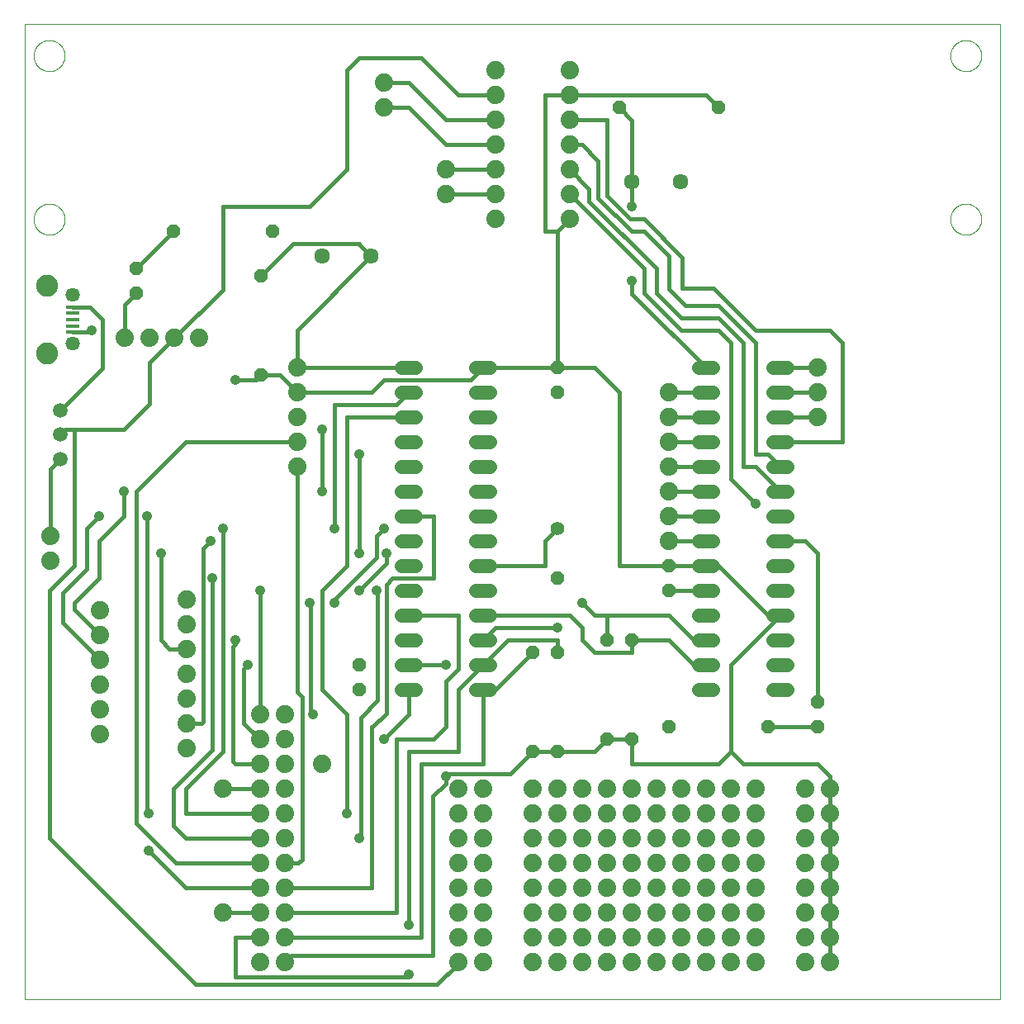
<source format=gtl>
G75*
%MOIN*%
%OFA0B0*%
%FSLAX25Y25*%
%IPPOS*%
%LPD*%
%AMOC8*
5,1,8,0,0,1.08239X$1,22.5*
%
%ADD10C,0.00000*%
%ADD11C,0.05600*%
%ADD12R,0.05315X0.01575*%
%ADD13C,0.05746*%
%ADD14C,0.08858*%
%ADD15C,0.07400*%
%ADD16C,0.05943*%
%ADD17OC8,0.05600*%
%ADD18C,0.05600*%
%ADD19C,0.06337*%
%ADD20C,0.01600*%
%ADD21C,0.04165*%
D10*
X0066000Y0001800D02*
X0066000Y0395501D01*
X0459701Y0395501D01*
X0459701Y0001800D01*
X0066000Y0001800D01*
X0069750Y0316800D02*
X0069752Y0316958D01*
X0069758Y0317115D01*
X0069768Y0317273D01*
X0069782Y0317430D01*
X0069800Y0317586D01*
X0069821Y0317743D01*
X0069847Y0317898D01*
X0069877Y0318053D01*
X0069910Y0318207D01*
X0069948Y0318360D01*
X0069989Y0318513D01*
X0070034Y0318664D01*
X0070083Y0318814D01*
X0070136Y0318962D01*
X0070192Y0319110D01*
X0070253Y0319255D01*
X0070316Y0319400D01*
X0070384Y0319542D01*
X0070455Y0319683D01*
X0070529Y0319822D01*
X0070607Y0319959D01*
X0070689Y0320094D01*
X0070773Y0320227D01*
X0070862Y0320358D01*
X0070953Y0320486D01*
X0071048Y0320613D01*
X0071145Y0320736D01*
X0071246Y0320858D01*
X0071350Y0320976D01*
X0071457Y0321092D01*
X0071567Y0321205D01*
X0071679Y0321316D01*
X0071795Y0321423D01*
X0071913Y0321528D01*
X0072033Y0321630D01*
X0072156Y0321728D01*
X0072282Y0321824D01*
X0072410Y0321916D01*
X0072540Y0322005D01*
X0072672Y0322091D01*
X0072807Y0322173D01*
X0072944Y0322252D01*
X0073082Y0322327D01*
X0073222Y0322399D01*
X0073365Y0322467D01*
X0073508Y0322532D01*
X0073654Y0322593D01*
X0073801Y0322650D01*
X0073949Y0322704D01*
X0074099Y0322754D01*
X0074249Y0322800D01*
X0074401Y0322842D01*
X0074554Y0322881D01*
X0074708Y0322915D01*
X0074863Y0322946D01*
X0075018Y0322972D01*
X0075174Y0322995D01*
X0075331Y0323014D01*
X0075488Y0323029D01*
X0075645Y0323040D01*
X0075803Y0323047D01*
X0075961Y0323050D01*
X0076118Y0323049D01*
X0076276Y0323044D01*
X0076433Y0323035D01*
X0076591Y0323022D01*
X0076747Y0323005D01*
X0076904Y0322984D01*
X0077059Y0322960D01*
X0077214Y0322931D01*
X0077369Y0322898D01*
X0077522Y0322862D01*
X0077675Y0322821D01*
X0077826Y0322777D01*
X0077976Y0322729D01*
X0078125Y0322678D01*
X0078273Y0322622D01*
X0078419Y0322563D01*
X0078564Y0322500D01*
X0078707Y0322433D01*
X0078848Y0322363D01*
X0078987Y0322290D01*
X0079125Y0322213D01*
X0079261Y0322132D01*
X0079394Y0322048D01*
X0079525Y0321961D01*
X0079654Y0321870D01*
X0079781Y0321776D01*
X0079906Y0321679D01*
X0080027Y0321579D01*
X0080147Y0321476D01*
X0080263Y0321370D01*
X0080377Y0321261D01*
X0080489Y0321149D01*
X0080597Y0321035D01*
X0080702Y0320917D01*
X0080805Y0320797D01*
X0080904Y0320675D01*
X0081000Y0320550D01*
X0081093Y0320422D01*
X0081183Y0320293D01*
X0081269Y0320161D01*
X0081353Y0320027D01*
X0081432Y0319891D01*
X0081509Y0319753D01*
X0081581Y0319613D01*
X0081650Y0319471D01*
X0081716Y0319328D01*
X0081778Y0319183D01*
X0081836Y0319036D01*
X0081891Y0318888D01*
X0081942Y0318739D01*
X0081989Y0318588D01*
X0082032Y0318437D01*
X0082071Y0318284D01*
X0082107Y0318130D01*
X0082138Y0317976D01*
X0082166Y0317821D01*
X0082190Y0317665D01*
X0082210Y0317508D01*
X0082226Y0317351D01*
X0082238Y0317194D01*
X0082246Y0317037D01*
X0082250Y0316879D01*
X0082250Y0316721D01*
X0082246Y0316563D01*
X0082238Y0316406D01*
X0082226Y0316249D01*
X0082210Y0316092D01*
X0082190Y0315935D01*
X0082166Y0315779D01*
X0082138Y0315624D01*
X0082107Y0315470D01*
X0082071Y0315316D01*
X0082032Y0315163D01*
X0081989Y0315012D01*
X0081942Y0314861D01*
X0081891Y0314712D01*
X0081836Y0314564D01*
X0081778Y0314417D01*
X0081716Y0314272D01*
X0081650Y0314129D01*
X0081581Y0313987D01*
X0081509Y0313847D01*
X0081432Y0313709D01*
X0081353Y0313573D01*
X0081269Y0313439D01*
X0081183Y0313307D01*
X0081093Y0313178D01*
X0081000Y0313050D01*
X0080904Y0312925D01*
X0080805Y0312803D01*
X0080702Y0312683D01*
X0080597Y0312565D01*
X0080489Y0312451D01*
X0080377Y0312339D01*
X0080263Y0312230D01*
X0080147Y0312124D01*
X0080027Y0312021D01*
X0079906Y0311921D01*
X0079781Y0311824D01*
X0079654Y0311730D01*
X0079525Y0311639D01*
X0079394Y0311552D01*
X0079261Y0311468D01*
X0079125Y0311387D01*
X0078987Y0311310D01*
X0078848Y0311237D01*
X0078707Y0311167D01*
X0078564Y0311100D01*
X0078419Y0311037D01*
X0078273Y0310978D01*
X0078125Y0310922D01*
X0077976Y0310871D01*
X0077826Y0310823D01*
X0077675Y0310779D01*
X0077522Y0310738D01*
X0077369Y0310702D01*
X0077214Y0310669D01*
X0077059Y0310640D01*
X0076904Y0310616D01*
X0076747Y0310595D01*
X0076591Y0310578D01*
X0076433Y0310565D01*
X0076276Y0310556D01*
X0076118Y0310551D01*
X0075961Y0310550D01*
X0075803Y0310553D01*
X0075645Y0310560D01*
X0075488Y0310571D01*
X0075331Y0310586D01*
X0075174Y0310605D01*
X0075018Y0310628D01*
X0074863Y0310654D01*
X0074708Y0310685D01*
X0074554Y0310719D01*
X0074401Y0310758D01*
X0074249Y0310800D01*
X0074099Y0310846D01*
X0073949Y0310896D01*
X0073801Y0310950D01*
X0073654Y0311007D01*
X0073508Y0311068D01*
X0073365Y0311133D01*
X0073222Y0311201D01*
X0073082Y0311273D01*
X0072944Y0311348D01*
X0072807Y0311427D01*
X0072672Y0311509D01*
X0072540Y0311595D01*
X0072410Y0311684D01*
X0072282Y0311776D01*
X0072156Y0311872D01*
X0072033Y0311970D01*
X0071913Y0312072D01*
X0071795Y0312177D01*
X0071679Y0312284D01*
X0071567Y0312395D01*
X0071457Y0312508D01*
X0071350Y0312624D01*
X0071246Y0312742D01*
X0071145Y0312864D01*
X0071048Y0312987D01*
X0070953Y0313114D01*
X0070862Y0313242D01*
X0070773Y0313373D01*
X0070689Y0313506D01*
X0070607Y0313641D01*
X0070529Y0313778D01*
X0070455Y0313917D01*
X0070384Y0314058D01*
X0070316Y0314200D01*
X0070253Y0314345D01*
X0070192Y0314490D01*
X0070136Y0314638D01*
X0070083Y0314786D01*
X0070034Y0314936D01*
X0069989Y0315087D01*
X0069948Y0315240D01*
X0069910Y0315393D01*
X0069877Y0315547D01*
X0069847Y0315702D01*
X0069821Y0315857D01*
X0069800Y0316014D01*
X0069782Y0316170D01*
X0069768Y0316327D01*
X0069758Y0316485D01*
X0069752Y0316642D01*
X0069750Y0316800D01*
X0069750Y0382800D02*
X0069752Y0382958D01*
X0069758Y0383115D01*
X0069768Y0383273D01*
X0069782Y0383430D01*
X0069800Y0383586D01*
X0069821Y0383743D01*
X0069847Y0383898D01*
X0069877Y0384053D01*
X0069910Y0384207D01*
X0069948Y0384360D01*
X0069989Y0384513D01*
X0070034Y0384664D01*
X0070083Y0384814D01*
X0070136Y0384962D01*
X0070192Y0385110D01*
X0070253Y0385255D01*
X0070316Y0385400D01*
X0070384Y0385542D01*
X0070455Y0385683D01*
X0070529Y0385822D01*
X0070607Y0385959D01*
X0070689Y0386094D01*
X0070773Y0386227D01*
X0070862Y0386358D01*
X0070953Y0386486D01*
X0071048Y0386613D01*
X0071145Y0386736D01*
X0071246Y0386858D01*
X0071350Y0386976D01*
X0071457Y0387092D01*
X0071567Y0387205D01*
X0071679Y0387316D01*
X0071795Y0387423D01*
X0071913Y0387528D01*
X0072033Y0387630D01*
X0072156Y0387728D01*
X0072282Y0387824D01*
X0072410Y0387916D01*
X0072540Y0388005D01*
X0072672Y0388091D01*
X0072807Y0388173D01*
X0072944Y0388252D01*
X0073082Y0388327D01*
X0073222Y0388399D01*
X0073365Y0388467D01*
X0073508Y0388532D01*
X0073654Y0388593D01*
X0073801Y0388650D01*
X0073949Y0388704D01*
X0074099Y0388754D01*
X0074249Y0388800D01*
X0074401Y0388842D01*
X0074554Y0388881D01*
X0074708Y0388915D01*
X0074863Y0388946D01*
X0075018Y0388972D01*
X0075174Y0388995D01*
X0075331Y0389014D01*
X0075488Y0389029D01*
X0075645Y0389040D01*
X0075803Y0389047D01*
X0075961Y0389050D01*
X0076118Y0389049D01*
X0076276Y0389044D01*
X0076433Y0389035D01*
X0076591Y0389022D01*
X0076747Y0389005D01*
X0076904Y0388984D01*
X0077059Y0388960D01*
X0077214Y0388931D01*
X0077369Y0388898D01*
X0077522Y0388862D01*
X0077675Y0388821D01*
X0077826Y0388777D01*
X0077976Y0388729D01*
X0078125Y0388678D01*
X0078273Y0388622D01*
X0078419Y0388563D01*
X0078564Y0388500D01*
X0078707Y0388433D01*
X0078848Y0388363D01*
X0078987Y0388290D01*
X0079125Y0388213D01*
X0079261Y0388132D01*
X0079394Y0388048D01*
X0079525Y0387961D01*
X0079654Y0387870D01*
X0079781Y0387776D01*
X0079906Y0387679D01*
X0080027Y0387579D01*
X0080147Y0387476D01*
X0080263Y0387370D01*
X0080377Y0387261D01*
X0080489Y0387149D01*
X0080597Y0387035D01*
X0080702Y0386917D01*
X0080805Y0386797D01*
X0080904Y0386675D01*
X0081000Y0386550D01*
X0081093Y0386422D01*
X0081183Y0386293D01*
X0081269Y0386161D01*
X0081353Y0386027D01*
X0081432Y0385891D01*
X0081509Y0385753D01*
X0081581Y0385613D01*
X0081650Y0385471D01*
X0081716Y0385328D01*
X0081778Y0385183D01*
X0081836Y0385036D01*
X0081891Y0384888D01*
X0081942Y0384739D01*
X0081989Y0384588D01*
X0082032Y0384437D01*
X0082071Y0384284D01*
X0082107Y0384130D01*
X0082138Y0383976D01*
X0082166Y0383821D01*
X0082190Y0383665D01*
X0082210Y0383508D01*
X0082226Y0383351D01*
X0082238Y0383194D01*
X0082246Y0383037D01*
X0082250Y0382879D01*
X0082250Y0382721D01*
X0082246Y0382563D01*
X0082238Y0382406D01*
X0082226Y0382249D01*
X0082210Y0382092D01*
X0082190Y0381935D01*
X0082166Y0381779D01*
X0082138Y0381624D01*
X0082107Y0381470D01*
X0082071Y0381316D01*
X0082032Y0381163D01*
X0081989Y0381012D01*
X0081942Y0380861D01*
X0081891Y0380712D01*
X0081836Y0380564D01*
X0081778Y0380417D01*
X0081716Y0380272D01*
X0081650Y0380129D01*
X0081581Y0379987D01*
X0081509Y0379847D01*
X0081432Y0379709D01*
X0081353Y0379573D01*
X0081269Y0379439D01*
X0081183Y0379307D01*
X0081093Y0379178D01*
X0081000Y0379050D01*
X0080904Y0378925D01*
X0080805Y0378803D01*
X0080702Y0378683D01*
X0080597Y0378565D01*
X0080489Y0378451D01*
X0080377Y0378339D01*
X0080263Y0378230D01*
X0080147Y0378124D01*
X0080027Y0378021D01*
X0079906Y0377921D01*
X0079781Y0377824D01*
X0079654Y0377730D01*
X0079525Y0377639D01*
X0079394Y0377552D01*
X0079261Y0377468D01*
X0079125Y0377387D01*
X0078987Y0377310D01*
X0078848Y0377237D01*
X0078707Y0377167D01*
X0078564Y0377100D01*
X0078419Y0377037D01*
X0078273Y0376978D01*
X0078125Y0376922D01*
X0077976Y0376871D01*
X0077826Y0376823D01*
X0077675Y0376779D01*
X0077522Y0376738D01*
X0077369Y0376702D01*
X0077214Y0376669D01*
X0077059Y0376640D01*
X0076904Y0376616D01*
X0076747Y0376595D01*
X0076591Y0376578D01*
X0076433Y0376565D01*
X0076276Y0376556D01*
X0076118Y0376551D01*
X0075961Y0376550D01*
X0075803Y0376553D01*
X0075645Y0376560D01*
X0075488Y0376571D01*
X0075331Y0376586D01*
X0075174Y0376605D01*
X0075018Y0376628D01*
X0074863Y0376654D01*
X0074708Y0376685D01*
X0074554Y0376719D01*
X0074401Y0376758D01*
X0074249Y0376800D01*
X0074099Y0376846D01*
X0073949Y0376896D01*
X0073801Y0376950D01*
X0073654Y0377007D01*
X0073508Y0377068D01*
X0073365Y0377133D01*
X0073222Y0377201D01*
X0073082Y0377273D01*
X0072944Y0377348D01*
X0072807Y0377427D01*
X0072672Y0377509D01*
X0072540Y0377595D01*
X0072410Y0377684D01*
X0072282Y0377776D01*
X0072156Y0377872D01*
X0072033Y0377970D01*
X0071913Y0378072D01*
X0071795Y0378177D01*
X0071679Y0378284D01*
X0071567Y0378395D01*
X0071457Y0378508D01*
X0071350Y0378624D01*
X0071246Y0378742D01*
X0071145Y0378864D01*
X0071048Y0378987D01*
X0070953Y0379114D01*
X0070862Y0379242D01*
X0070773Y0379373D01*
X0070689Y0379506D01*
X0070607Y0379641D01*
X0070529Y0379778D01*
X0070455Y0379917D01*
X0070384Y0380058D01*
X0070316Y0380200D01*
X0070253Y0380345D01*
X0070192Y0380490D01*
X0070136Y0380638D01*
X0070083Y0380786D01*
X0070034Y0380936D01*
X0069989Y0381087D01*
X0069948Y0381240D01*
X0069910Y0381393D01*
X0069877Y0381547D01*
X0069847Y0381702D01*
X0069821Y0381857D01*
X0069800Y0382014D01*
X0069782Y0382170D01*
X0069768Y0382327D01*
X0069758Y0382485D01*
X0069752Y0382642D01*
X0069750Y0382800D01*
X0439750Y0382800D02*
X0439752Y0382958D01*
X0439758Y0383115D01*
X0439768Y0383273D01*
X0439782Y0383430D01*
X0439800Y0383586D01*
X0439821Y0383743D01*
X0439847Y0383898D01*
X0439877Y0384053D01*
X0439910Y0384207D01*
X0439948Y0384360D01*
X0439989Y0384513D01*
X0440034Y0384664D01*
X0440083Y0384814D01*
X0440136Y0384962D01*
X0440192Y0385110D01*
X0440253Y0385255D01*
X0440316Y0385400D01*
X0440384Y0385542D01*
X0440455Y0385683D01*
X0440529Y0385822D01*
X0440607Y0385959D01*
X0440689Y0386094D01*
X0440773Y0386227D01*
X0440862Y0386358D01*
X0440953Y0386486D01*
X0441048Y0386613D01*
X0441145Y0386736D01*
X0441246Y0386858D01*
X0441350Y0386976D01*
X0441457Y0387092D01*
X0441567Y0387205D01*
X0441679Y0387316D01*
X0441795Y0387423D01*
X0441913Y0387528D01*
X0442033Y0387630D01*
X0442156Y0387728D01*
X0442282Y0387824D01*
X0442410Y0387916D01*
X0442540Y0388005D01*
X0442672Y0388091D01*
X0442807Y0388173D01*
X0442944Y0388252D01*
X0443082Y0388327D01*
X0443222Y0388399D01*
X0443365Y0388467D01*
X0443508Y0388532D01*
X0443654Y0388593D01*
X0443801Y0388650D01*
X0443949Y0388704D01*
X0444099Y0388754D01*
X0444249Y0388800D01*
X0444401Y0388842D01*
X0444554Y0388881D01*
X0444708Y0388915D01*
X0444863Y0388946D01*
X0445018Y0388972D01*
X0445174Y0388995D01*
X0445331Y0389014D01*
X0445488Y0389029D01*
X0445645Y0389040D01*
X0445803Y0389047D01*
X0445961Y0389050D01*
X0446118Y0389049D01*
X0446276Y0389044D01*
X0446433Y0389035D01*
X0446591Y0389022D01*
X0446747Y0389005D01*
X0446904Y0388984D01*
X0447059Y0388960D01*
X0447214Y0388931D01*
X0447369Y0388898D01*
X0447522Y0388862D01*
X0447675Y0388821D01*
X0447826Y0388777D01*
X0447976Y0388729D01*
X0448125Y0388678D01*
X0448273Y0388622D01*
X0448419Y0388563D01*
X0448564Y0388500D01*
X0448707Y0388433D01*
X0448848Y0388363D01*
X0448987Y0388290D01*
X0449125Y0388213D01*
X0449261Y0388132D01*
X0449394Y0388048D01*
X0449525Y0387961D01*
X0449654Y0387870D01*
X0449781Y0387776D01*
X0449906Y0387679D01*
X0450027Y0387579D01*
X0450147Y0387476D01*
X0450263Y0387370D01*
X0450377Y0387261D01*
X0450489Y0387149D01*
X0450597Y0387035D01*
X0450702Y0386917D01*
X0450805Y0386797D01*
X0450904Y0386675D01*
X0451000Y0386550D01*
X0451093Y0386422D01*
X0451183Y0386293D01*
X0451269Y0386161D01*
X0451353Y0386027D01*
X0451432Y0385891D01*
X0451509Y0385753D01*
X0451581Y0385613D01*
X0451650Y0385471D01*
X0451716Y0385328D01*
X0451778Y0385183D01*
X0451836Y0385036D01*
X0451891Y0384888D01*
X0451942Y0384739D01*
X0451989Y0384588D01*
X0452032Y0384437D01*
X0452071Y0384284D01*
X0452107Y0384130D01*
X0452138Y0383976D01*
X0452166Y0383821D01*
X0452190Y0383665D01*
X0452210Y0383508D01*
X0452226Y0383351D01*
X0452238Y0383194D01*
X0452246Y0383037D01*
X0452250Y0382879D01*
X0452250Y0382721D01*
X0452246Y0382563D01*
X0452238Y0382406D01*
X0452226Y0382249D01*
X0452210Y0382092D01*
X0452190Y0381935D01*
X0452166Y0381779D01*
X0452138Y0381624D01*
X0452107Y0381470D01*
X0452071Y0381316D01*
X0452032Y0381163D01*
X0451989Y0381012D01*
X0451942Y0380861D01*
X0451891Y0380712D01*
X0451836Y0380564D01*
X0451778Y0380417D01*
X0451716Y0380272D01*
X0451650Y0380129D01*
X0451581Y0379987D01*
X0451509Y0379847D01*
X0451432Y0379709D01*
X0451353Y0379573D01*
X0451269Y0379439D01*
X0451183Y0379307D01*
X0451093Y0379178D01*
X0451000Y0379050D01*
X0450904Y0378925D01*
X0450805Y0378803D01*
X0450702Y0378683D01*
X0450597Y0378565D01*
X0450489Y0378451D01*
X0450377Y0378339D01*
X0450263Y0378230D01*
X0450147Y0378124D01*
X0450027Y0378021D01*
X0449906Y0377921D01*
X0449781Y0377824D01*
X0449654Y0377730D01*
X0449525Y0377639D01*
X0449394Y0377552D01*
X0449261Y0377468D01*
X0449125Y0377387D01*
X0448987Y0377310D01*
X0448848Y0377237D01*
X0448707Y0377167D01*
X0448564Y0377100D01*
X0448419Y0377037D01*
X0448273Y0376978D01*
X0448125Y0376922D01*
X0447976Y0376871D01*
X0447826Y0376823D01*
X0447675Y0376779D01*
X0447522Y0376738D01*
X0447369Y0376702D01*
X0447214Y0376669D01*
X0447059Y0376640D01*
X0446904Y0376616D01*
X0446747Y0376595D01*
X0446591Y0376578D01*
X0446433Y0376565D01*
X0446276Y0376556D01*
X0446118Y0376551D01*
X0445961Y0376550D01*
X0445803Y0376553D01*
X0445645Y0376560D01*
X0445488Y0376571D01*
X0445331Y0376586D01*
X0445174Y0376605D01*
X0445018Y0376628D01*
X0444863Y0376654D01*
X0444708Y0376685D01*
X0444554Y0376719D01*
X0444401Y0376758D01*
X0444249Y0376800D01*
X0444099Y0376846D01*
X0443949Y0376896D01*
X0443801Y0376950D01*
X0443654Y0377007D01*
X0443508Y0377068D01*
X0443365Y0377133D01*
X0443222Y0377201D01*
X0443082Y0377273D01*
X0442944Y0377348D01*
X0442807Y0377427D01*
X0442672Y0377509D01*
X0442540Y0377595D01*
X0442410Y0377684D01*
X0442282Y0377776D01*
X0442156Y0377872D01*
X0442033Y0377970D01*
X0441913Y0378072D01*
X0441795Y0378177D01*
X0441679Y0378284D01*
X0441567Y0378395D01*
X0441457Y0378508D01*
X0441350Y0378624D01*
X0441246Y0378742D01*
X0441145Y0378864D01*
X0441048Y0378987D01*
X0440953Y0379114D01*
X0440862Y0379242D01*
X0440773Y0379373D01*
X0440689Y0379506D01*
X0440607Y0379641D01*
X0440529Y0379778D01*
X0440455Y0379917D01*
X0440384Y0380058D01*
X0440316Y0380200D01*
X0440253Y0380345D01*
X0440192Y0380490D01*
X0440136Y0380638D01*
X0440083Y0380786D01*
X0440034Y0380936D01*
X0439989Y0381087D01*
X0439948Y0381240D01*
X0439910Y0381393D01*
X0439877Y0381547D01*
X0439847Y0381702D01*
X0439821Y0381857D01*
X0439800Y0382014D01*
X0439782Y0382170D01*
X0439768Y0382327D01*
X0439758Y0382485D01*
X0439752Y0382642D01*
X0439750Y0382800D01*
X0439750Y0316800D02*
X0439752Y0316958D01*
X0439758Y0317115D01*
X0439768Y0317273D01*
X0439782Y0317430D01*
X0439800Y0317586D01*
X0439821Y0317743D01*
X0439847Y0317898D01*
X0439877Y0318053D01*
X0439910Y0318207D01*
X0439948Y0318360D01*
X0439989Y0318513D01*
X0440034Y0318664D01*
X0440083Y0318814D01*
X0440136Y0318962D01*
X0440192Y0319110D01*
X0440253Y0319255D01*
X0440316Y0319400D01*
X0440384Y0319542D01*
X0440455Y0319683D01*
X0440529Y0319822D01*
X0440607Y0319959D01*
X0440689Y0320094D01*
X0440773Y0320227D01*
X0440862Y0320358D01*
X0440953Y0320486D01*
X0441048Y0320613D01*
X0441145Y0320736D01*
X0441246Y0320858D01*
X0441350Y0320976D01*
X0441457Y0321092D01*
X0441567Y0321205D01*
X0441679Y0321316D01*
X0441795Y0321423D01*
X0441913Y0321528D01*
X0442033Y0321630D01*
X0442156Y0321728D01*
X0442282Y0321824D01*
X0442410Y0321916D01*
X0442540Y0322005D01*
X0442672Y0322091D01*
X0442807Y0322173D01*
X0442944Y0322252D01*
X0443082Y0322327D01*
X0443222Y0322399D01*
X0443365Y0322467D01*
X0443508Y0322532D01*
X0443654Y0322593D01*
X0443801Y0322650D01*
X0443949Y0322704D01*
X0444099Y0322754D01*
X0444249Y0322800D01*
X0444401Y0322842D01*
X0444554Y0322881D01*
X0444708Y0322915D01*
X0444863Y0322946D01*
X0445018Y0322972D01*
X0445174Y0322995D01*
X0445331Y0323014D01*
X0445488Y0323029D01*
X0445645Y0323040D01*
X0445803Y0323047D01*
X0445961Y0323050D01*
X0446118Y0323049D01*
X0446276Y0323044D01*
X0446433Y0323035D01*
X0446591Y0323022D01*
X0446747Y0323005D01*
X0446904Y0322984D01*
X0447059Y0322960D01*
X0447214Y0322931D01*
X0447369Y0322898D01*
X0447522Y0322862D01*
X0447675Y0322821D01*
X0447826Y0322777D01*
X0447976Y0322729D01*
X0448125Y0322678D01*
X0448273Y0322622D01*
X0448419Y0322563D01*
X0448564Y0322500D01*
X0448707Y0322433D01*
X0448848Y0322363D01*
X0448987Y0322290D01*
X0449125Y0322213D01*
X0449261Y0322132D01*
X0449394Y0322048D01*
X0449525Y0321961D01*
X0449654Y0321870D01*
X0449781Y0321776D01*
X0449906Y0321679D01*
X0450027Y0321579D01*
X0450147Y0321476D01*
X0450263Y0321370D01*
X0450377Y0321261D01*
X0450489Y0321149D01*
X0450597Y0321035D01*
X0450702Y0320917D01*
X0450805Y0320797D01*
X0450904Y0320675D01*
X0451000Y0320550D01*
X0451093Y0320422D01*
X0451183Y0320293D01*
X0451269Y0320161D01*
X0451353Y0320027D01*
X0451432Y0319891D01*
X0451509Y0319753D01*
X0451581Y0319613D01*
X0451650Y0319471D01*
X0451716Y0319328D01*
X0451778Y0319183D01*
X0451836Y0319036D01*
X0451891Y0318888D01*
X0451942Y0318739D01*
X0451989Y0318588D01*
X0452032Y0318437D01*
X0452071Y0318284D01*
X0452107Y0318130D01*
X0452138Y0317976D01*
X0452166Y0317821D01*
X0452190Y0317665D01*
X0452210Y0317508D01*
X0452226Y0317351D01*
X0452238Y0317194D01*
X0452246Y0317037D01*
X0452250Y0316879D01*
X0452250Y0316721D01*
X0452246Y0316563D01*
X0452238Y0316406D01*
X0452226Y0316249D01*
X0452210Y0316092D01*
X0452190Y0315935D01*
X0452166Y0315779D01*
X0452138Y0315624D01*
X0452107Y0315470D01*
X0452071Y0315316D01*
X0452032Y0315163D01*
X0451989Y0315012D01*
X0451942Y0314861D01*
X0451891Y0314712D01*
X0451836Y0314564D01*
X0451778Y0314417D01*
X0451716Y0314272D01*
X0451650Y0314129D01*
X0451581Y0313987D01*
X0451509Y0313847D01*
X0451432Y0313709D01*
X0451353Y0313573D01*
X0451269Y0313439D01*
X0451183Y0313307D01*
X0451093Y0313178D01*
X0451000Y0313050D01*
X0450904Y0312925D01*
X0450805Y0312803D01*
X0450702Y0312683D01*
X0450597Y0312565D01*
X0450489Y0312451D01*
X0450377Y0312339D01*
X0450263Y0312230D01*
X0450147Y0312124D01*
X0450027Y0312021D01*
X0449906Y0311921D01*
X0449781Y0311824D01*
X0449654Y0311730D01*
X0449525Y0311639D01*
X0449394Y0311552D01*
X0449261Y0311468D01*
X0449125Y0311387D01*
X0448987Y0311310D01*
X0448848Y0311237D01*
X0448707Y0311167D01*
X0448564Y0311100D01*
X0448419Y0311037D01*
X0448273Y0310978D01*
X0448125Y0310922D01*
X0447976Y0310871D01*
X0447826Y0310823D01*
X0447675Y0310779D01*
X0447522Y0310738D01*
X0447369Y0310702D01*
X0447214Y0310669D01*
X0447059Y0310640D01*
X0446904Y0310616D01*
X0446747Y0310595D01*
X0446591Y0310578D01*
X0446433Y0310565D01*
X0446276Y0310556D01*
X0446118Y0310551D01*
X0445961Y0310550D01*
X0445803Y0310553D01*
X0445645Y0310560D01*
X0445488Y0310571D01*
X0445331Y0310586D01*
X0445174Y0310605D01*
X0445018Y0310628D01*
X0444863Y0310654D01*
X0444708Y0310685D01*
X0444554Y0310719D01*
X0444401Y0310758D01*
X0444249Y0310800D01*
X0444099Y0310846D01*
X0443949Y0310896D01*
X0443801Y0310950D01*
X0443654Y0311007D01*
X0443508Y0311068D01*
X0443365Y0311133D01*
X0443222Y0311201D01*
X0443082Y0311273D01*
X0442944Y0311348D01*
X0442807Y0311427D01*
X0442672Y0311509D01*
X0442540Y0311595D01*
X0442410Y0311684D01*
X0442282Y0311776D01*
X0442156Y0311872D01*
X0442033Y0311970D01*
X0441913Y0312072D01*
X0441795Y0312177D01*
X0441679Y0312284D01*
X0441567Y0312395D01*
X0441457Y0312508D01*
X0441350Y0312624D01*
X0441246Y0312742D01*
X0441145Y0312864D01*
X0441048Y0312987D01*
X0440953Y0313114D01*
X0440862Y0313242D01*
X0440773Y0313373D01*
X0440689Y0313506D01*
X0440607Y0313641D01*
X0440529Y0313778D01*
X0440455Y0313917D01*
X0440384Y0314058D01*
X0440316Y0314200D01*
X0440253Y0314345D01*
X0440192Y0314490D01*
X0440136Y0314638D01*
X0440083Y0314786D01*
X0440034Y0314936D01*
X0439989Y0315087D01*
X0439948Y0315240D01*
X0439910Y0315393D01*
X0439877Y0315547D01*
X0439847Y0315702D01*
X0439821Y0315857D01*
X0439800Y0316014D01*
X0439782Y0316170D01*
X0439768Y0316327D01*
X0439758Y0316485D01*
X0439752Y0316642D01*
X0439750Y0316800D01*
D11*
X0373800Y0256800D02*
X0368200Y0256800D01*
X0368200Y0246800D02*
X0373800Y0246800D01*
X0373800Y0236800D02*
X0368200Y0236800D01*
X0368200Y0226800D02*
X0373800Y0226800D01*
X0373800Y0216800D02*
X0368200Y0216800D01*
X0368200Y0206800D02*
X0373800Y0206800D01*
X0373800Y0196800D02*
X0368200Y0196800D01*
X0368200Y0186800D02*
X0373800Y0186800D01*
X0373800Y0176800D02*
X0368200Y0176800D01*
X0368200Y0166800D02*
X0373800Y0166800D01*
X0373800Y0156800D02*
X0368200Y0156800D01*
X0368200Y0146800D02*
X0373800Y0146800D01*
X0373800Y0136800D02*
X0368200Y0136800D01*
X0368200Y0126800D02*
X0373800Y0126800D01*
X0343800Y0126800D02*
X0338200Y0126800D01*
X0338200Y0136800D02*
X0343800Y0136800D01*
X0343800Y0146800D02*
X0338200Y0146800D01*
X0338200Y0156800D02*
X0343800Y0156800D01*
X0343800Y0166800D02*
X0338200Y0166800D01*
X0338200Y0176800D02*
X0343800Y0176800D01*
X0343800Y0186800D02*
X0338200Y0186800D01*
X0338200Y0196800D02*
X0343800Y0196800D01*
X0343800Y0206800D02*
X0338200Y0206800D01*
X0338200Y0216800D02*
X0343800Y0216800D01*
X0343800Y0226800D02*
X0338200Y0226800D01*
X0338200Y0236800D02*
X0343800Y0236800D01*
X0343800Y0246800D02*
X0338200Y0246800D01*
X0338200Y0256800D02*
X0343800Y0256800D01*
X0253800Y0256800D02*
X0248200Y0256800D01*
X0248200Y0246800D02*
X0253800Y0246800D01*
X0253800Y0236800D02*
X0248200Y0236800D01*
X0248200Y0226800D02*
X0253800Y0226800D01*
X0253800Y0216800D02*
X0248200Y0216800D01*
X0248200Y0206800D02*
X0253800Y0206800D01*
X0253800Y0196800D02*
X0248200Y0196800D01*
X0248200Y0186800D02*
X0253800Y0186800D01*
X0253800Y0176800D02*
X0248200Y0176800D01*
X0248200Y0166800D02*
X0253800Y0166800D01*
X0253800Y0156800D02*
X0248200Y0156800D01*
X0248200Y0146800D02*
X0253800Y0146800D01*
X0253800Y0136800D02*
X0248200Y0136800D01*
X0248200Y0126800D02*
X0253800Y0126800D01*
X0223800Y0126800D02*
X0218200Y0126800D01*
X0218200Y0136800D02*
X0223800Y0136800D01*
X0223800Y0146800D02*
X0218200Y0146800D01*
X0218200Y0156800D02*
X0223800Y0156800D01*
X0223800Y0166800D02*
X0218200Y0166800D01*
X0218200Y0176800D02*
X0223800Y0176800D01*
X0223800Y0186800D02*
X0218200Y0186800D01*
X0218200Y0196800D02*
X0223800Y0196800D01*
X0223800Y0206800D02*
X0218200Y0206800D01*
X0218200Y0216800D02*
X0223800Y0216800D01*
X0223800Y0226800D02*
X0218200Y0226800D01*
X0218200Y0236800D02*
X0223800Y0236800D01*
X0223800Y0246800D02*
X0218200Y0246800D01*
X0218200Y0256800D02*
X0223800Y0256800D01*
D12*
X0085630Y0271182D03*
X0085630Y0273741D03*
X0085630Y0276300D03*
X0085630Y0278859D03*
X0085630Y0281418D03*
D13*
X0085630Y0286143D03*
X0085630Y0266457D03*
D14*
X0075000Y0262520D03*
X0075000Y0290080D03*
D15*
X0106500Y0268800D03*
X0116500Y0268800D03*
X0126500Y0268800D03*
X0136500Y0268800D03*
X0176000Y0256800D03*
X0176000Y0246800D03*
X0176000Y0236800D03*
X0176000Y0226800D03*
X0176000Y0216800D03*
X0131500Y0163300D03*
X0131500Y0153300D03*
X0131500Y0143300D03*
X0131500Y0133300D03*
X0131500Y0123300D03*
X0131500Y0113300D03*
X0131500Y0103300D03*
X0146000Y0086800D03*
X0161000Y0086800D03*
X0161000Y0076800D03*
X0161000Y0066800D03*
X0161000Y0056800D03*
X0161000Y0046800D03*
X0161000Y0036800D03*
X0161000Y0026800D03*
X0161000Y0016800D03*
X0171000Y0016800D03*
X0171000Y0026800D03*
X0171000Y0036800D03*
X0171000Y0046800D03*
X0171000Y0056800D03*
X0171000Y0066800D03*
X0171000Y0076800D03*
X0171000Y0086800D03*
X0171000Y0096800D03*
X0171000Y0106800D03*
X0171000Y0116800D03*
X0161000Y0116800D03*
X0161000Y0106800D03*
X0161000Y0096800D03*
X0186000Y0096800D03*
X0241000Y0086800D03*
X0241000Y0076800D03*
X0251000Y0076800D03*
X0251000Y0086800D03*
X0271000Y0086800D03*
X0271000Y0076800D03*
X0281000Y0076800D03*
X0281000Y0086800D03*
X0291000Y0086800D03*
X0291000Y0076800D03*
X0301000Y0076800D03*
X0301000Y0086800D03*
X0311000Y0086800D03*
X0311000Y0076800D03*
X0321000Y0076800D03*
X0321000Y0086800D03*
X0331000Y0086800D03*
X0331000Y0076800D03*
X0341000Y0076800D03*
X0341000Y0086800D03*
X0351000Y0086800D03*
X0351000Y0076800D03*
X0361000Y0076800D03*
X0361000Y0086800D03*
X0381000Y0086800D03*
X0381000Y0076800D03*
X0391000Y0076800D03*
X0391000Y0086800D03*
X0391000Y0066800D03*
X0391000Y0056800D03*
X0381000Y0056800D03*
X0381000Y0066800D03*
X0361000Y0066800D03*
X0361000Y0056800D03*
X0351000Y0056800D03*
X0351000Y0066800D03*
X0341000Y0066800D03*
X0341000Y0056800D03*
X0331000Y0056800D03*
X0331000Y0066800D03*
X0321000Y0066800D03*
X0321000Y0056800D03*
X0311000Y0056800D03*
X0311000Y0066800D03*
X0301000Y0066800D03*
X0301000Y0056800D03*
X0291000Y0056800D03*
X0291000Y0066800D03*
X0281000Y0066800D03*
X0281000Y0056800D03*
X0271000Y0056800D03*
X0271000Y0066800D03*
X0251000Y0066800D03*
X0251000Y0056800D03*
X0241000Y0056800D03*
X0241000Y0066800D03*
X0241000Y0046800D03*
X0241000Y0036800D03*
X0251000Y0036800D03*
X0251000Y0046800D03*
X0271000Y0046800D03*
X0271000Y0036800D03*
X0281000Y0036800D03*
X0281000Y0046800D03*
X0291000Y0046800D03*
X0291000Y0036800D03*
X0301000Y0036800D03*
X0301000Y0046800D03*
X0311000Y0046800D03*
X0311000Y0036800D03*
X0321000Y0036800D03*
X0321000Y0046800D03*
X0331000Y0046800D03*
X0331000Y0036800D03*
X0341000Y0036800D03*
X0341000Y0046800D03*
X0351000Y0046800D03*
X0351000Y0036800D03*
X0361000Y0036800D03*
X0361000Y0046800D03*
X0381000Y0046800D03*
X0381000Y0036800D03*
X0391000Y0036800D03*
X0391000Y0046800D03*
X0391000Y0026800D03*
X0391000Y0016800D03*
X0381000Y0016800D03*
X0381000Y0026800D03*
X0361000Y0026800D03*
X0361000Y0016800D03*
X0351000Y0016800D03*
X0351000Y0026800D03*
X0341000Y0026800D03*
X0341000Y0016800D03*
X0331000Y0016800D03*
X0331000Y0026800D03*
X0321000Y0026800D03*
X0321000Y0016800D03*
X0311000Y0016800D03*
X0311000Y0026800D03*
X0301000Y0026800D03*
X0301000Y0016800D03*
X0291000Y0016800D03*
X0291000Y0026800D03*
X0281000Y0026800D03*
X0281000Y0016800D03*
X0271000Y0016800D03*
X0271000Y0026800D03*
X0251000Y0026800D03*
X0251000Y0016800D03*
X0241000Y0016800D03*
X0241000Y0026800D03*
X0146000Y0036800D03*
X0096500Y0108800D03*
X0096500Y0118800D03*
X0096500Y0128800D03*
X0096500Y0138800D03*
X0096500Y0148800D03*
X0096500Y0158800D03*
X0076500Y0178800D03*
X0076500Y0188800D03*
X0236000Y0326800D03*
X0236000Y0336800D03*
X0256000Y0336800D03*
X0256000Y0326800D03*
X0256000Y0316800D03*
X0286000Y0316800D03*
X0286000Y0326800D03*
X0286000Y0336800D03*
X0286000Y0346800D03*
X0286000Y0356800D03*
X0286000Y0366800D03*
X0286000Y0376800D03*
X0256000Y0376800D03*
X0256000Y0366800D03*
X0256000Y0356800D03*
X0256000Y0346800D03*
X0211000Y0361800D03*
X0211000Y0371800D03*
X0326000Y0246800D03*
X0326000Y0236800D03*
X0326000Y0226800D03*
X0326000Y0216800D03*
X0326000Y0206800D03*
X0326000Y0196800D03*
X0326000Y0186800D03*
X0386000Y0236800D03*
X0386000Y0246800D03*
X0386000Y0256800D03*
D16*
X0080500Y0239643D03*
X0080500Y0229800D03*
X0080500Y0219957D03*
D17*
X0111000Y0286800D03*
X0111000Y0296800D03*
X0126000Y0311800D03*
X0161500Y0293800D03*
X0166000Y0311800D03*
X0161500Y0253800D03*
X0281000Y0256800D03*
X0281000Y0246800D03*
X0326000Y0176800D03*
X0326000Y0166800D03*
X0311000Y0146800D03*
X0301000Y0146800D03*
X0281000Y0141800D03*
X0271000Y0141800D03*
X0281000Y0171800D03*
X0326000Y0111800D03*
X0311000Y0106800D03*
X0301000Y0106800D03*
X0281000Y0101800D03*
X0271000Y0101800D03*
X0201000Y0126800D03*
X0201000Y0136800D03*
X0366000Y0111800D03*
X0386000Y0111800D03*
X0386000Y0121800D03*
X0346000Y0361800D03*
X0306000Y0361800D03*
D18*
X0281000Y0191800D03*
D19*
X0205843Y0301800D03*
X0186157Y0301800D03*
X0311157Y0331800D03*
X0330843Y0331800D03*
D20*
X0311157Y0331800D02*
X0311157Y0321957D01*
X0311000Y0321800D01*
X0310500Y0316800D02*
X0301000Y0326300D01*
X0301000Y0356800D01*
X0286000Y0356800D01*
X0286000Y0346800D02*
X0291000Y0346800D01*
X0297500Y0340300D01*
X0297500Y0325300D01*
X0311000Y0311800D01*
X0316000Y0311800D01*
X0326000Y0301800D01*
X0326000Y0288689D01*
X0332889Y0281800D01*
X0346000Y0281800D01*
X0361000Y0266800D01*
X0361000Y0221800D01*
X0366000Y0221800D01*
X0371000Y0216800D01*
X0371000Y0206800D02*
X0361000Y0216800D01*
X0356000Y0216800D01*
X0356000Y0266800D01*
X0346000Y0276800D01*
X0331000Y0276800D01*
X0321000Y0286800D01*
X0321000Y0296800D01*
X0293800Y0324000D01*
X0293800Y0329000D01*
X0286000Y0336800D01*
X0286000Y0326800D02*
X0316000Y0296800D01*
X0316000Y0286800D01*
X0331000Y0271800D01*
X0346000Y0271800D01*
X0351000Y0266800D01*
X0351000Y0211800D01*
X0361000Y0201800D01*
X0371000Y0186800D02*
X0381000Y0186800D01*
X0386000Y0181800D01*
X0386000Y0121800D01*
X0386000Y0111800D02*
X0366000Y0111800D01*
X0351000Y0101800D02*
X0346000Y0096800D01*
X0311000Y0096800D01*
X0311000Y0106800D01*
X0301000Y0106800D01*
X0296000Y0101800D01*
X0281000Y0101800D01*
X0271000Y0101800D01*
X0262000Y0092800D01*
X0237000Y0092800D01*
X0236000Y0091800D01*
X0236000Y0089012D01*
X0230900Y0083913D01*
X0230900Y0019600D01*
X0173800Y0019600D01*
X0171000Y0016800D01*
X0171000Y0026800D02*
X0226000Y0026800D01*
X0226000Y0096800D01*
X0251000Y0096800D01*
X0251000Y0126800D01*
X0256000Y0126800D01*
X0271000Y0141800D01*
X0281000Y0141800D02*
X0281000Y0146800D01*
X0261000Y0146800D01*
X0251000Y0136800D01*
X0241000Y0126800D01*
X0241000Y0101800D01*
X0221000Y0101800D01*
X0221000Y0031800D01*
X0216000Y0036800D02*
X0216000Y0106800D01*
X0231000Y0106800D01*
X0236000Y0111800D01*
X0236000Y0130300D01*
X0241000Y0135300D01*
X0241000Y0156800D01*
X0221000Y0156800D01*
X0208611Y0166300D02*
X0208611Y0122522D01*
X0201800Y0115711D01*
X0201800Y0067600D01*
X0201000Y0066800D01*
X0196000Y0076800D02*
X0196000Y0116800D01*
X0186000Y0126800D01*
X0186000Y0166800D01*
X0196000Y0176800D01*
X0196000Y0236800D01*
X0221000Y0236800D01*
X0216000Y0241800D02*
X0191000Y0241800D01*
X0191000Y0191800D01*
X0201000Y0181800D02*
X0201000Y0221800D01*
X0186000Y0231800D02*
X0186000Y0206800D01*
X0176000Y0216800D02*
X0176000Y0125800D01*
X0178000Y0123800D01*
X0178000Y0058300D01*
X0176500Y0056800D01*
X0171000Y0056800D01*
X0171000Y0046800D02*
X0206000Y0046800D01*
X0206000Y0111800D01*
X0206500Y0111800D01*
X0212000Y0117300D01*
X0212000Y0169300D01*
X0214500Y0171800D01*
X0231000Y0171800D01*
X0231000Y0196800D01*
X0221000Y0196800D01*
X0211000Y0191800D02*
X0208000Y0188800D01*
X0208000Y0180300D01*
X0191000Y0163300D01*
X0191000Y0161800D01*
X0181500Y0161300D02*
X0181500Y0117800D01*
X0182500Y0116800D01*
X0161000Y0116800D02*
X0161000Y0166800D01*
X0141889Y0171800D02*
X0141889Y0102689D01*
X0126000Y0086800D01*
X0126000Y0071800D01*
X0131000Y0066800D01*
X0161000Y0066800D01*
X0161000Y0056800D02*
X0127000Y0056800D01*
X0111000Y0072800D01*
X0111000Y0206800D01*
X0131000Y0226800D01*
X0176000Y0226800D01*
X0176000Y0246800D02*
X0206000Y0246800D01*
X0211000Y0251800D01*
X0246000Y0251800D01*
X0251000Y0256800D01*
X0281000Y0256800D01*
X0296000Y0256800D01*
X0306000Y0246800D01*
X0306000Y0176800D01*
X0326000Y0176800D01*
X0341000Y0176800D01*
X0346000Y0176800D01*
X0366000Y0156800D01*
X0371000Y0156800D01*
X0351000Y0136800D01*
X0351000Y0101800D01*
X0356000Y0096800D01*
X0386000Y0096800D01*
X0391000Y0091800D01*
X0391000Y0086800D01*
X0391000Y0076800D01*
X0391000Y0066800D01*
X0391000Y0056800D01*
X0391000Y0046800D01*
X0391000Y0036800D01*
X0391000Y0026800D01*
X0391000Y0016800D01*
X0341000Y0136800D02*
X0336000Y0136800D01*
X0326000Y0146800D01*
X0311000Y0146800D01*
X0311000Y0141800D01*
X0296000Y0141800D01*
X0291000Y0146800D01*
X0291000Y0151800D01*
X0286000Y0156800D01*
X0251000Y0156800D01*
X0256000Y0151800D02*
X0281000Y0151800D01*
X0291000Y0161800D02*
X0296000Y0156800D01*
X0301000Y0156800D01*
X0301000Y0146800D01*
X0301000Y0156800D02*
X0306000Y0156800D01*
X0326000Y0156800D01*
X0336000Y0146800D01*
X0341000Y0146800D01*
X0341000Y0166800D02*
X0326000Y0166800D01*
X0326000Y0186800D02*
X0341000Y0186800D01*
X0341000Y0196800D02*
X0326000Y0196800D01*
X0326000Y0206800D02*
X0341000Y0206800D01*
X0341000Y0216800D02*
X0326000Y0216800D01*
X0326000Y0226800D02*
X0341000Y0226800D01*
X0341000Y0236800D02*
X0326000Y0236800D01*
X0326000Y0246800D02*
X0341000Y0246800D01*
X0341000Y0256800D02*
X0313500Y0284300D01*
X0311157Y0286643D01*
X0311000Y0286800D01*
X0311000Y0291800D01*
X0331500Y0288800D02*
X0331500Y0301300D01*
X0316000Y0316800D01*
X0310500Y0316800D01*
X0311157Y0331800D02*
X0311157Y0356643D01*
X0306000Y0361800D01*
X0286000Y0366800D02*
X0341000Y0366800D01*
X0346000Y0361800D01*
X0286000Y0366800D02*
X0276000Y0366800D01*
X0276000Y0311800D01*
X0281000Y0311800D01*
X0286000Y0316800D01*
X0281000Y0311800D02*
X0281000Y0256800D01*
X0331500Y0288800D02*
X0344000Y0288800D01*
X0361000Y0271800D01*
X0391000Y0271800D01*
X0396000Y0266800D01*
X0396000Y0226800D01*
X0371000Y0226800D01*
X0371000Y0236800D02*
X0386000Y0236800D01*
X0386000Y0246800D02*
X0371000Y0246800D01*
X0371000Y0256800D02*
X0386000Y0256800D01*
X0281000Y0191800D02*
X0276000Y0186800D01*
X0276000Y0176800D01*
X0251000Y0176800D01*
X0256000Y0151800D02*
X0251000Y0146800D01*
X0236000Y0136800D02*
X0221000Y0136800D01*
X0221000Y0126800D02*
X0221000Y0116800D01*
X0211000Y0106800D01*
X0161000Y0106800D02*
X0154500Y0113300D01*
X0154500Y0135300D01*
X0156000Y0136800D01*
X0150000Y0144300D02*
X0150000Y0097800D01*
X0151000Y0096800D01*
X0161000Y0096800D01*
X0161000Y0086800D02*
X0146000Y0086800D01*
X0131000Y0086800D02*
X0131000Y0076800D01*
X0161000Y0076800D01*
X0146000Y0101800D02*
X0131000Y0086800D01*
X0116000Y0076800D02*
X0115500Y0077300D01*
X0115500Y0196800D01*
X0106000Y0196800D02*
X0106000Y0206800D01*
X0106000Y0196800D02*
X0096000Y0186800D01*
X0096000Y0171800D01*
X0086000Y0161800D01*
X0086000Y0159300D01*
X0096500Y0148800D01*
X0096500Y0138800D02*
X0081400Y0153900D01*
X0081400Y0165913D01*
X0091000Y0175512D01*
X0091000Y0191800D01*
X0096000Y0196800D01*
X0076500Y0188800D02*
X0076500Y0215957D01*
X0080500Y0219957D01*
X0080500Y0229800D02*
X0082500Y0231800D01*
X0086000Y0231800D01*
X0086000Y0176800D01*
X0076000Y0166800D01*
X0076000Y0066800D01*
X0135000Y0007800D01*
X0232500Y0007800D01*
X0241000Y0016300D01*
X0241000Y0016800D01*
X0221000Y0011800D02*
X0220000Y0010800D01*
X0151000Y0010800D01*
X0151000Y0026800D01*
X0161000Y0026800D01*
X0161000Y0036800D02*
X0146000Y0036800D01*
X0131000Y0046800D02*
X0161000Y0046800D01*
X0171000Y0036800D02*
X0216000Y0036800D01*
X0146000Y0101800D02*
X0146000Y0191800D01*
X0141000Y0186800D02*
X0138000Y0183800D01*
X0138000Y0113800D01*
X0137500Y0113300D01*
X0131500Y0113300D01*
X0131500Y0143300D02*
X0124500Y0143300D01*
X0121000Y0146800D01*
X0121000Y0181800D01*
X0151000Y0146800D02*
X0151000Y0145300D01*
X0150000Y0144300D01*
X0181000Y0161800D02*
X0181500Y0161300D01*
X0201000Y0166800D02*
X0212000Y0177800D01*
X0212000Y0181800D01*
X0208111Y0166800D02*
X0208611Y0166300D01*
X0216000Y0241800D02*
X0221000Y0246800D01*
X0221000Y0256800D02*
X0176000Y0256800D01*
X0176000Y0271957D01*
X0205843Y0301800D01*
X0201000Y0306643D01*
X0201000Y0306800D01*
X0174500Y0306800D01*
X0161500Y0293800D01*
X0146000Y0288300D02*
X0146000Y0321800D01*
X0181000Y0321800D01*
X0196000Y0336800D01*
X0196000Y0376800D01*
X0201000Y0381800D01*
X0226000Y0381800D01*
X0241000Y0366800D01*
X0256000Y0366800D01*
X0256000Y0356800D02*
X0236000Y0356800D01*
X0221000Y0371800D01*
X0211000Y0371800D01*
X0211000Y0361800D02*
X0221000Y0361800D01*
X0236000Y0346800D01*
X0256000Y0346800D01*
X0256000Y0336800D02*
X0236000Y0336800D01*
X0236000Y0326800D02*
X0256000Y0326800D01*
X0176000Y0246800D02*
X0169000Y0253800D01*
X0161500Y0253800D01*
X0159500Y0251800D01*
X0151000Y0251800D01*
X0126500Y0268800D02*
X0146000Y0288300D01*
X0126500Y0268800D02*
X0116500Y0258800D01*
X0116500Y0242300D01*
X0106000Y0231800D01*
X0086000Y0231800D01*
X0080500Y0239643D02*
X0097500Y0256643D01*
X0097500Y0276300D01*
X0092382Y0281418D01*
X0085630Y0281418D01*
X0085748Y0271300D02*
X0092611Y0271300D01*
X0093111Y0271800D01*
X0093800Y0271800D01*
X0085748Y0271300D02*
X0085630Y0271182D01*
X0106500Y0268800D02*
X0106500Y0282300D01*
X0111000Y0286800D01*
X0111000Y0296800D02*
X0126000Y0311800D01*
X0116000Y0061800D02*
X0131000Y0046800D01*
D21*
X0116000Y0061800D03*
X0116000Y0076800D03*
X0182500Y0116800D03*
X0211000Y0106800D03*
X0236000Y0091800D03*
X0201000Y0066800D03*
X0196000Y0076800D03*
X0221000Y0031800D03*
X0221000Y0011800D03*
X0236000Y0136800D03*
X0208111Y0166800D03*
X0201000Y0166800D03*
X0191000Y0161800D03*
X0181000Y0161800D03*
X0161000Y0166800D03*
X0141889Y0171800D03*
X0141000Y0186800D03*
X0146000Y0191800D03*
X0121000Y0181800D03*
X0115500Y0196800D03*
X0106000Y0206800D03*
X0096000Y0196800D03*
X0151000Y0146800D03*
X0156000Y0136800D03*
X0201000Y0181800D03*
X0212000Y0181800D03*
X0211000Y0191800D03*
X0191000Y0191800D03*
X0186000Y0206800D03*
X0201000Y0221800D03*
X0186000Y0231800D03*
X0151000Y0251800D03*
X0093111Y0271800D03*
X0281000Y0151800D03*
X0291000Y0161800D03*
X0361000Y0201800D03*
X0311000Y0291800D03*
X0311000Y0321800D03*
M02*

</source>
